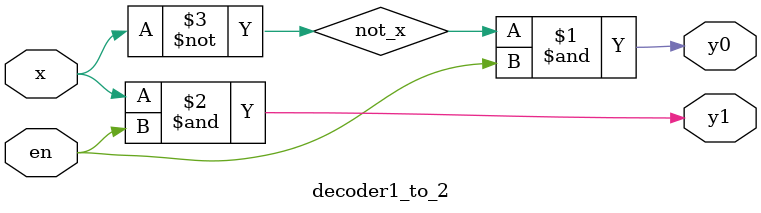
<source format=v>

module decoder1_to_2(y1, y0, x, en);

output y1;
output y0;
input  x;
input  en;

wire not_x;

not n1(not_x, x);
and a1(y0, not_x, en);
and a2(y1, x, en);

endmodule


</source>
